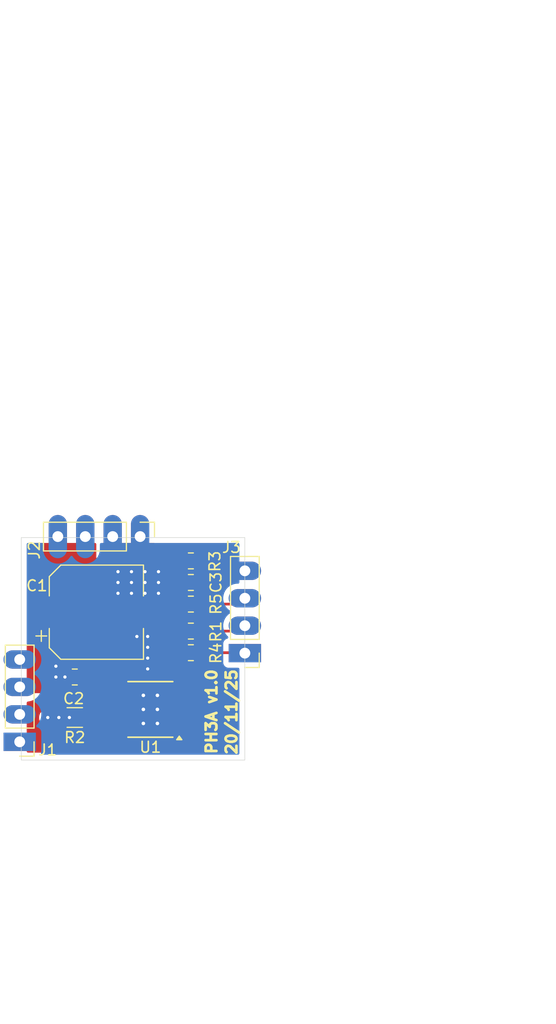
<source format=kicad_pcb>
(kicad_pcb (version 20241229) (generator "pcbnew") (generator_version "9.0")
  (layers (0 "F.Cu" signal) (2 "B.Cu" signal) (13 "F.Paste" user) (15 "B.Paste" user) (5 "F.SilkS" user "F.Silkscreen") (7 "B.SilkS" user "B.Silkscreen") (1 "F.Mask" user) (3 "B.Mask" user) (25 "Edge.Cuts" user))
  (net 0 "")
  (net 1 "VCC")
  (net 2 "GND")
  (net 3 "Net-(U1-IN1)")
  (net 4 "Net-(U1-IN2)")
  (net 5 "/VREF")
  (net 6 "/OUT2")
  (net 7 "/OUT1")
  (net 8 "/IN1")
  (net 9 "/IN2")
  (net 10 "/ISEN")
  (footprint "Resistor_SMD:R_0805_2012Metric" (layer "F.Cu") (at 106.25 70.5 180)
    (property "Reference" "R3" (at -2.223223 -0.05 90) (layer "F.SilkS"))
    (property "Value" "R")
    (fp_line (start -0.227064 0.735) (end 0.227064 0.735) (stroke (width 0.12)) (layer "F.SilkS"))
    (fp_line (start -0.227064 -0.735) (end 0.227064 -0.735) (stroke (width 0.12)) (layer "F.SilkS"))
    (pad "1" smd roundrect (at -0.9125 0 180) (size 1.025 1.4) (layers "F.Cu" "F.Mask" "F.Paste") (roundrect_rratio 0.243902) (net 1 "VCC"))
    (pad "2" smd roundrect (at 0.9125 0 180) (size 1.025 1.4) (layers "F.Cu" "F.Mask" "F.Paste") (roundrect_rratio 0.243902) (net 5 "/VREF"))
  )
  (footprint "Connector_PinHeader_2.54mm:PinHeader_1x04_P2.54mm_Vertical" (layer "F.Cu") (at 90.4 87.25 180)
    (property "Reference" "J1" (at -2.6 -0.75 0) (layer "F.SilkS"))
    (property "Value" "Conn_01x04_Pin")
    (fp_line (start 1.33 1.270001) (end 1.33 8.95) (stroke (width 0.12)) (layer "F.SilkS"))
    (fp_line (start -1.33 8.95) (end 1.33 8.95) (stroke (width 0.12)) (layer "F.SilkS"))
    (fp_line (start -1.33 1.270001) (end 1.33 1.270001) (stroke (width 0.12)) (layer "F.SilkS"))
    (fp_line (start -1.33 1.270001) (end -1.33 8.95) (stroke (width 0.12)) (layer "F.SilkS"))
    (fp_line (start -1.33 0) (end -1.33 -1.33) (stroke (width 0.12)) (layer "F.SilkS"))
    (fp_line (start -1.33 -1.33) (end 0 -1.33) (stroke (width 0.12)) (layer "F.SilkS"))
    (pad "1" thru_hole rect (at 0 0 180) (size 3 1.7) (drill 1) (layers "*.Cu" "*.Mask") (net 6 "/OUT2"))
    (pad "2" thru_hole oval (at 0 2.54 180) (size 3 1.7) (drill 1) (layers "*.Cu" "*.Mask") (net 6 "/OUT2"))
    (pad "3" thru_hole oval (at 0 5.079999 180) (size 3 1.7) (drill 1) (layers "*.Cu" "*.Mask") (net 7 "/OUT1"))
    (pad "4" thru_hole oval (at 0 7.62 180) (size 3 1.7) (drill 1) (layers "*.Cu" "*.Mask") (net 7 "/OUT1"))
  )
  (footprint "Capacitor_SMD:CP_Elec_8x10.5" (layer "F.Cu") (at 97.5 75.25)
    (property "Reference" "C1" (at -5.5125 -2.45 0) (layer "F.SilkS"))
    (property "Value" "C_Polarized")
    (fp_line (start -5.6 2.2) (end -4.6 2.2) (stroke (width 0.12)) (layer "F.SilkS"))
    (fp_line (start -5.1 1.7) (end -5.1 2.7) (stroke (width 0.12)) (layer "F.SilkS"))
    (fp_line (start -4.360001 -3.295563) (end -4.36 -1.51) (stroke (width 0.12)) (layer "F.SilkS"))
    (fp_line (start -4.360001 -3.295563) (end -3.295563 -4.360001) (stroke (width 0.12)) (layer "F.SilkS"))
    (fp_line (start -4.360001 3.295563) (end -4.36 1.51) (stroke (width 0.12)) (layer "F.SilkS"))
    (fp_line (start -4.360001 3.295563) (end -3.295563 4.360001) (stroke (width 0.12)) (layer "F.SilkS"))
    (fp_line (start -3.295563 -4.360001) (end 4.36 -4.36) (stroke (width 0.12)) (layer "F.SilkS"))
    (fp_line (start -3.295563 4.360001) (end 4.36 4.36) (stroke (width 0.12)) (layer "F.SilkS"))
    (fp_line (start 4.36 -4.36) (end 4.36 -1.51) (stroke (width 0.12)) (layer "F.SilkS"))
    (fp_line (start 4.36 4.36) (end 4.36 1.51) (stroke (width 0.12)) (layer "F.SilkS"))
    (pad "1" smd roundrect (at -3.7 0) (size 4.4 2.5) (layers "F.Cu" "F.Mask" "F.Paste") (roundrect_rratio 0.1) (net 1 "VCC"))
    (pad "2" smd roundrect (at 3.7 0) (size 4.4 2.5) (layers "F.Cu" "F.Mask" "F.Paste") (roundrect_rratio 0.1) (net 2 "GND"))
  )
  (footprint "Resistor_SMD:R_0805_2012Metric" (layer "F.Cu") (at 106.25 74.5 180)
    (property "Reference" "R5" (at -2.323223 0 90) (layer "F.SilkS"))
    (property "Value" "R")
    (fp_line (start -0.227064 0.735) (end 0.227064 0.735) (stroke (width 0.12)) (layer "F.SilkS"))
    (fp_line (start -0.227064 -0.735) (end 0.227064 -0.735) (stroke (width 0.12)) (layer "F.SilkS"))
    (pad "1" smd roundrect (at -0.9125 0 180) (size 1.025 1.4) (layers "F.Cu" "F.Mask" "F.Paste") (roundrect_rratio 0.243902) (net 5 "/VREF"))
    (pad "2" smd roundrect (at 0.9125 0 180) (size 1.025 1.4) (layers "F.Cu" "F.Mask" "F.Paste") (roundrect_rratio 0.243902) (net 2 "GND"))
  )
  (footprint "Package_SO:Texas_HTSOP-8-1EP_3.9x4.9mm_P1.27mm_EP2.95x4.9mm_Mask2.4x3.1mm_ThermalVias" (layer "F.Cu") (at 102.5 84.25 180)
    (property "Reference" "U1" (at 0 -3.5 0) (layer "F.SilkS"))
    (property "Value" "DRV8870DDA")
    (fp_line (start -2.075001 2.575) (end 2.075001 2.575) (stroke (width 0.15)) (layer "F.SilkS"))
    (fp_line (start -2.075001 -2.575) (end 2.075001 -2.575) (stroke (width 0.15)) (layer "F.SilkS"))
    (fp_poly (pts (xy -2.675 -2.475) (xy -2.915 -2.805) (xy -2.435 -2.805001) (xy -2.675 -2.475)) (stroke (width 0.12)) (fill yes) (layer "F.SilkS"))
    (pad "1" smd rect (at -2.875 -1.904999 180) (size 2.2 0.5) (layers "F.Cu" "F.Mask" "F.Paste") (net 2 "GND"))
    (pad "2" smd rect (at -2.875 -0.635 180) (size 2.2 0.5) (layers "F.Cu" "F.Mask" "F.Paste") (net 4 "Net-(U1-IN2)"))
    (pad "3" smd rect (at -2.875 0.635 180) (size 2.2 0.5) (layers "F.Cu" "F.Mask" "F.Paste") (net 3 "Net-(U1-IN1)"))
    (pad "4" smd rect (at -2.875 1.904999 180) (size 2.2 0.5) (layers "F.Cu" "F.Mask" "F.Paste") (net 5 "/VREF"))
    (pad "5" smd rect (at 2.875 1.904999 180) (size 2.2 0.5) (layers "F.Cu" "F.Mask" "F.Paste") (net 1 "VCC"))
    (pad "6" smd rect (at 2.875 0.635 180) (size 2.2 0.5) (layers "F.Cu" "F.Mask" "F.Paste") (net 7 "/OUT1"))
    (pad "7" smd rect (at 2.875 -0.635 180) (size 2.2 0.5) (layers "F.Cu" "F.Mask" "F.Paste") (net 10 "/ISEN"))
    (pad "8" smd rect (at 2.875 -1.904999 180) (size 2.2 0.5) (layers "F.Cu" "F.Mask" "F.Paste") (net 6 "/OUT2"))
    (pad "9" thru_hole circle (at -0.65 -1.3 180) (size 0.63 0.63) (drill 0.33) (layers "*.Cu" "*.Mask") (net 2 "GND"))
    (pad "9" thru_hole circle (at -0.65 1.3 180) (size 0.63 0.63) (drill 0.33) (layers "*.Cu" "*.Mask") (net 2 "GND"))
    (pad "9" thru_hole circle (at -0.649999 0 180) (size 0.63 0.63) (drill 0.33) (layers "*.Cu" "*.Mask") (net 2 "GND"))
    (pad "9" smd rect (at 0 0 180) (size 2.6 3.3) (layers "B.Cu") (net 2 "GND"))
    (pad "9" smd rect (at 0 0 180) (size 2.95 4.9) (layers "F.Cu") (net 2 "GND"))
    (pad "9" thru_hole circle (at 0.649999 0 180) (size 0.63 0.63) (drill 0.33) (layers "*.Cu" "*.Mask") (net 2 "GND"))
    (pad "9" thru_hole circle (at 0.65 -1.3 180) (size 0.63 0.63) (drill 0.33) (layers "*.Cu" "*.Mask") (net 2 "GND"))
    (pad "9" thru_hole circle (at 0.65 1.3 180) (size 0.63 0.63) (drill 0.33) (layers "*.Cu" "*.Mask") (net 2 "GND"))
  )
  (footprint "Capacitor_SMD:C_1206_3216Metric" (layer "F.Cu") (at 95.5 85 180)
    (property "Reference" "R2" (at 0 -1.850001 0) (layer "F.SilkS"))
    (property "Value" "R")
    (fp_line (start -0.711252 0.91) (end 0.711252 0.91) (stroke (width 0.12)) (layer "F.SilkS"))
    (fp_line (start -0.711252 -0.91) (end 0.711252 -0.91) (stroke (width 0.12)) (layer "F.SilkS"))
    (pad "1" smd roundrect (at -1.475001 0 180) (size 1.15 1.8) (layers "F.Cu" "F.Mask" "F.Paste") (roundrect_rratio 0.217391) (net 10 "/ISEN"))
    (pad "2" smd roundrect (at 1.475001 0 180) (size 1.15 1.8) (layers "F.Cu" "F.Mask" "F.Paste") (roundrect_rratio 0.217391) (net 2 "GND"))
  )
  (footprint "Resistor_SMD:R_0805_2012Metric" (layer "F.Cu") (at 106.25 79 180)
    (property "Reference" "R4" (at -2.310723 -0.05 90) (layer "F.SilkS"))
    (property "Value" "R")
    (fp_line (start -0.227064 0.735) (end 0.227064 0.735) (stroke (width 0.12)) (layer "F.SilkS"))
    (fp_line (start -0.227064 -0.735) (end 0.227064 -0.735) (stroke (width 0.12)) (layer "F.SilkS"))
    (pad "1" smd roundrect (at -0.9125 0 180) (size 1.025 1.4) (layers "F.Cu" "F.Mask" "F.Paste") (roundrect_rratio 0.243902) (net 9 "/IN2"))
    (pad "2" smd roundrect (at 0.9125 0 180) (size 1.025 1.4) (layers "F.Cu" "F.Mask" "F.Paste") (roundrect_rratio 0.243902) (net 4 "Net-(U1-IN2)"))
  )
  (footprint "Resistor_SMD:R_0805_2012Metric" (layer "F.Cu") (at 106.25 77.000001 180)
    (property "Reference" "R1" (at -2.310723 -0.05 90) (layer "F.SilkS"))
    (property "Value" "R")
    (fp_line (start -0.227064 0.735) (end 0.227064 0.735) (stroke (width 0.12)) (layer "F.SilkS"))
    (fp_line (start -0.227064 -0.735) (end 0.227064 -0.735) (stroke (width 0.12)) (layer "F.SilkS"))
    (pad "1" smd roundrect (at -0.9125 0 180) (size 1.025 1.4) (layers "F.Cu" "F.Mask" "F.Paste") (roundrect_rratio 0.243902) (net 8 "/IN1"))
    (pad "2" smd roundrect (at 0.9125 0 180) (size 1.025 1.4) (layers "F.Cu" "F.Mask" "F.Paste") (roundrect_rratio 0.243902) (net 3 "Net-(U1-IN1)"))
  )
  (footprint "Resistor_SMD:R_0805_2012Metric" (layer "F.Cu") (at 95.5 81.25 180)
    (property "Reference" "C2" (at 0.1 -2 0) (layer "F.SilkS"))
    (property "Value" "C")
    (fp_line (start -0.227064 0.735) (end 0.227064 0.735) (stroke (width 0.12)) (layer "F.SilkS"))
    (fp_line (start -0.227064 -0.735) (end 0.227064 -0.735) (stroke (width 0.12)) (layer "F.SilkS"))
    (pad "1" smd roundrect (at -0.9125 0 180) (size 1.025 1.4) (layers "F.Cu" "F.Mask" "F.Paste") (roundrect_rratio 0.243902) (net 1 "VCC"))
    (pad "2" smd roundrect (at 0.9125 0 180) (size 1.025 1.4) (layers "F.Cu" "F.Mask" "F.Paste") (roundrect_rratio 0.243902) (net 2 "GND"))
  )
  (footprint "Resistor_SMD:R_0805_2012Metric" (layer "F.Cu") (at 106.249999 72.5 180)
    (property "Reference" "C3" (at -2.323223 0 90) (layer "F.SilkS"))
    (property "Value" "C")
    (fp_line (start -0.227064 0.735) (end 0.227064 0.735) (stroke (width 0.12)) (layer "F.SilkS"))
    (fp_line (start -0.227064 -0.735) (end 0.227064 -0.735) (stroke (width 0.12)) (layer "F.SilkS"))
    (pad "1" smd roundrect (at -0.9125 0 180) (size 1.025 1.4) (layers "F.Cu" "F.Mask" "F.Paste") (roundrect_rratio 0.243902) (net 5 "/VREF"))
    (pad "2" smd roundrect (at 0.9125 0 180) (size 1.025 1.4) (layers "F.Cu" "F.Mask" "F.Paste") (roundrect_rratio 0.243902) (net 2 "GND"))
  )
  (footprint "Connector_PinHeader_2.54mm:PinHeader_1x04_P2.54mm_Vertical" (layer "F.Cu") (at 111.25 79.04 180)
    (property "Reference" "J3" (at 1.25 9.79 0) (layer "F.SilkS"))
    (property "Value" "Conn_01x04_Pin")
    (fp_line (start 1.33 1.270001) (end 1.33 8.95) (stroke (width 0.12)) (layer "F.SilkS"))
    (fp_line (start -1.33 8.95) (end 1.33 8.95) (stroke (width 0.12)) (layer "F.SilkS"))
    (fp_line (start -1.33 1.270001) (end 1.33 1.270001) (stroke (width 0.12)) (layer "F.SilkS"))
    (fp_line (start -1.33 1.270001) (end -1.33 8.95) (stroke (width 0.12)) (layer "F.SilkS"))
    (fp_line (start -1.33 0) (end -1.33 -1.33) (stroke (width 0.12)) (layer "F.SilkS"))
    (fp_line (start -1.33 -1.33) (end 0 -1.33) (stroke (width 0.12)) (layer "F.SilkS"))
    (pad "1" thru_hole rect (at 0 0 180) (size 3 1.7) (drill 1) (layers "*.Cu" "*.Mask") (net 9 "/IN2"))
    (pad "2" thru_hole oval (at 0 2.54 180) (size 3 1.7) (drill 1) (layers "*.Cu" "*.Mask") (net 8 "/IN1"))
    (pad "3" thru_hole oval (at 0 5.079999 180) (size 3 1.7) (drill 1) (layers "*.Cu" "*.Mask") (net 5 "/VREF"))
    (pad "4" thru_hole oval (at 0 7.62 180) (size 3 1.7) (drill 1) (layers "*.Cu" "*.Mask") (net 2 "GND"))
  )
  (footprint "Connector_PinHeader_2.54mm:PinHeader_1x04_P2.54mm_Vertical" (layer "F.Cu") (at 101.55 68.25 -90)
    (property "Reference" "J2" (at 1.25 9.8 90) (layer "F.SilkS"))
    (property "Value" "Conn_01x04_Pin")
    (fp_line (start -1.33 8.95) (end 1.33 8.95) (stroke (width 0.12)) (layer "F.SilkS"))
    (fp_line (start -1.33 1.270001) (end -1.33 8.95) (stroke (width 0.12)) (layer "F.SilkS"))
    (fp_line (start -1.33 1.270001) (end 1.33 1.270001) (stroke (width 0.12)) (layer "F.SilkS"))
    (fp_line (start 1.33 1.270001) (end 1.33 8.95) (stroke (width 0.12)) (layer "F.SilkS"))
    (fp_line (start -1.33 0) (end -1.33 -1.33) (stroke (width 0.12)) (layer "F.SilkS"))
    (fp_line (start -1.33 -1.33) (end 0 -1.33) (stroke (width 0.12)) (layer "F.SilkS"))
    (pad "1" thru_hole oval (at 0 0 270) (size 4 1.7) (drill 1) (layers "*.Cu" "*.Mask") (net 2 "GND"))
    (pad "2" thru_hole oval (at 0 2.54 270) (size 4 1.7) (drill 1) (layers "*.Cu" "*.Mask") (net 2 "GND"))
    (pad "3" thru_hole oval (at 0 5.079999 270) (size 4 1.7) (drill 1) (layers "*.Cu" "*.Mask") (net 1 "VCC"))
    (pad "4" thru_hole oval (at 0 7.62 270) (size 4 1.7) (drill 1) (layers "*.Cu" "*.Mask") (net 1 "VCC"))
  )
  (gr_poly (pts (xy 90.545123 88.940812) (xy 90.545122 68.340812) (xy 111.245123 68.340812) (xy 111.245123 88.940812)) (stroke (width 0.05)) (fill no) (layer "Edge.Cuts"))
  (gr_text "20/11/25" (at 110.6 88.55 90) (layer "F.SilkS") (effects (font (size 1 1) (thickness 0.25) (bold yes)) (justify left bottom)))
  (gr_text "PH3A v1.0\n" (at 108.75 88.5 90) (layer "F.SilkS") (effects (font (size 1 1) (thickness 0.25) (bold yes)) (justify left bottom)))
  (segment (start 102 70.874) (end 98.176 70.874) (width 0.25) (layer "F.Cu") (net 1))
  (segment (start 106.1365 69.474) (end 103.4 69.474) (width 0.25) (layer "F.Cu") (net 1))
  (segment (start 107.1625 70.5) (end 106.1365 69.474) (width 0.25) (layer "F.Cu") (net 1))
  (segment (start 103.4 69.474) (end 102 70.874) (width 0.25) (layer "F.Cu") (net 1))
  (segment (start 98.176 70.874) (end 93.8 75.25) (width 0.25) (layer "F.Cu") (net 1))
  (via (at 103.25 73.5) (size 0.6) (drill 0.3) (layers "F.Cu" "B.Cu") (net 2))
  (via (at 93.75 80.25) (size 0.6) (drill 0.3) (layers "F.Cu" "B.Cu") (net 2))
  (via (at 101.25 77.5) (size 0.6) (drill 0.3) (layers "F.Cu" "B.Cu") (net 2))
  (via (at 102.25 78.5) (size 0.6) (drill 0.3) (layers "F.Cu" "B.Cu") (net 2))
  (via (at 103.25 72.5) (size 0.6) (drill 0.3) (layers "F.Cu" "B.Cu") (net 2))
  (via (at 102 73.5) (size 0.6) (drill 0.3) (layers "F.Cu" "B.Cu") (net 2))
  (via (at 100.75 72.5) (size 0.6) (drill 0.3) (layers "F.Cu" "B.Cu") (net 2))
  (via (at 100.75 71.5) (size 0.6) (drill 0.3) (layers "F.Cu" "B.Cu") (net 2))
  (via (at 103.25 71.5) (size 0.6) (drill 0.3) (layers "F.Cu" "B.Cu") (net 2))
  (via (at 99.5 73.5) (size 0.6) (drill 0.3) (layers "F.Cu" "B.Cu") (net 2))
  (via (at 93.75 81.25) (size 0.6) (drill 0.3) (layers "F.Cu" "B.Cu") (net 2))
  (via (at 99.5 72.5) (size 0.6) (drill 0.3) (layers "F.Cu" "B.Cu") (net 2))
  (via (at 93 85) (size 0.6) (drill 0.3) (layers "F.Cu" "B.Cu") (net 2))
  (via (at 102.25 80.5) (size 0.6) (drill 0.3) (layers "F.Cu" "B.Cu") (net 2))
  (via (at 94.024999 85) (size 0.6) (drill 0.3) (layers "F.Cu" "B.Cu") (net 2))
  (via (at 102 72.5) (size 0.6) (drill 0.3) (layers "F.Cu" "B.Cu") (net 2))
  (via (at 102.25 79.5) (size 0.6) (drill 0.3) (layers "F.Cu" "B.Cu") (net 2))
  (via (at 94.5875 81.25) (size 0.6) (drill 0.3) (layers "F.Cu" "B.Cu") (net 2))
  (via (at 95 85) (size 0.6) (drill 0.3) (layers "F.Cu" "B.Cu") (net 2))
  (via (at 102.25 77.5) (size 0.6) (drill 0.3) (layers "F.Cu" "B.Cu") (net 2))
  (via (at 99.5 71.5) (size 0.6) (drill 0.3) (layers "F.Cu" "B.Cu") (net 2))
  (via (at 102 71.5) (size 0.6) (drill 0.3) (layers "F.Cu" "B.Cu") (net 2))
  (via (at 100.75 73.5) (size 0.6) (drill 0.3) (layers "F.Cu" "B.Cu") (net 2))
  (segment (start 105.51 83.75) (end 107 83.75) (width 0.25) (layer "F.Cu") (net 3))
  (segment (start 104.499 80.499) (end 104.499 77.838501) (width 0.25) (layer "F.Cu") (net 3))
  (segment (start 107.25 82.218001) (end 106.281999 81.25) (width 0.25) (layer "F.Cu") (net 3))
  (segment (start 107.25 83.5) (end 107.25 82.218001) (width 0.25) (layer "F.Cu") (net 3))
  (segment (start 105.25 81.25) (end 104.499 80.499) (width 0.25) (layer "F.Cu") (net 3))
  (segment (start 105.375 83.615) (end 105.51 83.75) (width 0.25) (layer "F.Cu") (net 3))
  (segment (start 104.499 77.838501) (end 105.3375 77.000001) (width 0.25) (layer "F.Cu") (net 3))
  (segment (start 106.281999 81.25) (end 105.25 81.25) (width 0.25) (layer "F.Cu") (net 3))
  (segment (start 107 83.75) (end 107.25 83.5) (width 0.25) (layer "F.Cu") (net 3))
  (segment (start 107.701 81.3635) (end 105.3375 79) (width 0.25) (layer "F.Cu") (net 4))
  (segment (start 106.725 84.885) (end 107.701 83.909) (width 0.25) (layer "F.Cu") (net 4))
  (segment (start 107.701 83.909) (end 107.701 81.3635) (width 0.25) (layer "F.Cu") (net 4))
  (segment (start 105.375 84.885) (end 106.725 84.885) (width 0.25) (layer "F.Cu") (net 4))
  (segment (start 105.3375 70.675001) (end 107.162499 72.5) (width 0.25) (layer "F.Cu") (net 5))
  (segment (start 104.829486 75.974001) (end 105.688499 75.974001) (width 0.25) (layer "F.Cu") (net 5))
  (segment (start 110.079124 74.5) (end 110.619123 73.960001) (width 0.25) (layer "F.Cu") (net 5))
  (segment (start 104.048 76.755487) (end 104.829486 75.974001) (width 0.25) (layer "F.Cu") (net 5))
  (segment (start 107.1625 74.5) (end 110.079124 74.5) (width 0.25) (layer "F.Cu") (net 5))
  (segment (start 105.3375 70.5) (end 105.3375 70.675001) (width 0.25) (layer "F.Cu") (net 5))
  (segment (start 105.688499 75.974001) (end 107.1625 74.5) (width 0.25) (layer "F.Cu") (net 5))
  (segment (start 105.375 82.345001) (end 104.048 81.018001) (width 0.25) (layer "F.Cu") (net 5))
  (segment (start 107.162499 72.5) (end 107.1625 74.5) (width 0.25) (layer "F.Cu") (net 5))
  (segment (start 104.048 81.018001) (end 104.048 76.755487) (width 0.25) (layer "F.Cu") (net 5))
  (segment (start 110.119122 77.000001) (end 110.619123 76.5) (width 0.25) (layer "F.Cu") (net 8))
  (segment (start 107.1625 77.000001) (end 110.119122 77.000001) (width 0.25) (layer "F.Cu") (net 8))
  (segment (start 107.1625 79) (end 110.579123 79) (width 0.25) (layer "F.Cu") (net 9))
  (segment (start 110.579123 79) (end 110.619123 79.04) (width 0.25) (layer "F.Cu") (net 9))
  (segment (start 99.625 84.885) (end 97.090001 84.885) (width 1) (layer "F.Cu") (net 10))
  (segment (start 97.090001 84.885) (end 96.975001 85) (width 1) (layer "F.Cu") (net 10))
  (zone (net 1) (net_name "VCC") (layer "F.Cu") (connect_pads yes (clearance 0.5)) (min_thickness 0.25) (fill yes (thermal_gap 0.5) (thermal_bridge_width 0.5))
    (polygon (pts (xy 91.5 76.5) (xy 91.5 68.25) (xy 97.75 68.25) (xy 97.75 72) (xy 96 73.75) (xy 96 79) (xy 99 82) (xy 100.75 82) (xy 100.75 82.75) (xy 96 82.75) (xy 95.5 82.25) (xy 95.5 80.25) (xy 91.75 76.5)))
  )
  (zone (net 2) (net_name "GND") (layer "F.Cu") (priority 1) (connect_pads yes (clearance 0.5)) (min_thickness 0.25) (fill yes (thermal_gap 0.5) (thermal_bridge_width 0.5))
    (polygon (pts (xy 98 68.25) (xy 104 68.25) (xy 104 71.25) (xy 104.25 71.5) (xy 105.75 71.5) (xy 106.249999 71.999999) (xy 106.249999 75.25) (xy 104 75.25) (xy 103.5 75.75) (xy 103.5 81.25) (xy 104 81.75) (xy 104 85.75) (xy 106.5 85.75) (xy 106.5 86.5) (xy 104 86.5) (xy 104 87) (xy 101.25 87) (xy 101 86.75) (xy 101 78.75) (xy 98 75.75)))
  )
  (zone (net 7) (net_name "/OUT1") (layer "F.Cu") (priority 2) (connect_pads yes (clearance 0.5)) (min_thickness 0.25) (fill yes (thermal_gap 0.5) (thermal_bridge_width 0.5))
    (polygon (pts (xy 90.5 78.25) (xy 90.5 83.25) (xy 93 83.25) (xy 93.5 83.75) (xy 98.25 83.75) (xy 98.5 84) (xy 100.75 84) (xy 100.75 83.25) (xy 98.5 83.25) (xy 98.25 83) (xy 94.25 83) (xy 93.25 82) (xy 93.25 79.5) (xy 92 78.25)))
  )
  (zone (net 6) (net_name "/OUT2") (layer "F.Cu") (priority 3) (connect_pads yes (clearance 0.5)) (min_thickness 0.25) (fill yes (thermal_gap 0.5) (thermal_bridge_width 0.5))
    (polygon (pts (xy 90.5 83.25) (xy 90.5 88.25) (xy 100.75 88.25) (xy 100.75 85.75) (xy 98.5 85.75) (xy 97.75 86.5) (xy 93.25 86.5) (xy 92.5 85.75) (xy 92.5 83.25)))
  )
  (zone (net 2) (net_name "GND") (layer "B.Cu") (priority 4) (connect_pads yes (clearance 0.5)) (min_thickness 0.25) (fill yes (thermal_gap 0.5) (thermal_bridge_width 0.5))
    (polygon (pts (xy 90 68) (xy 111.5 68) (xy 111.5 89.25) (xy 90.25 89.25) (xy 90 89)))
  )
)
</source>
